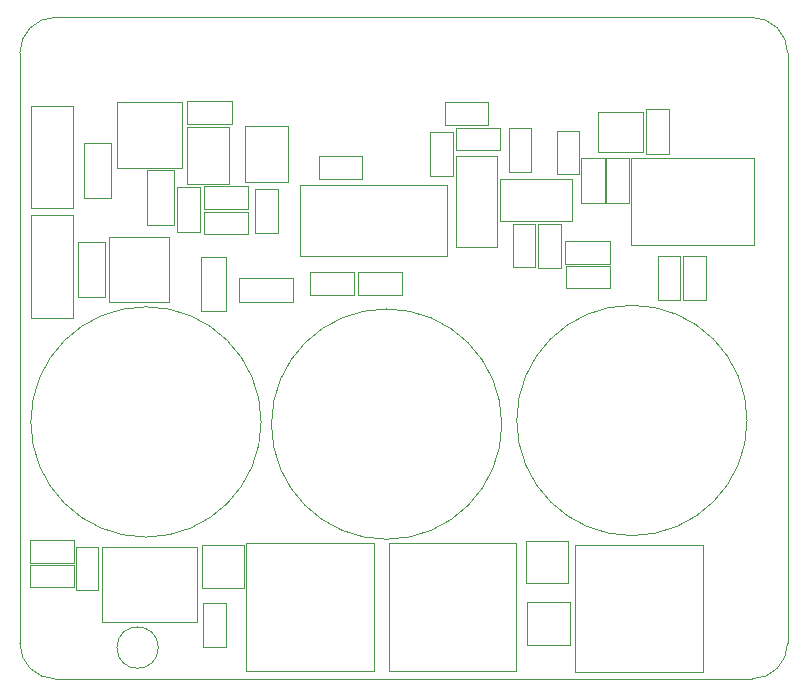
<source format=gbr>
%TF.GenerationSoftware,KiCad,Pcbnew,(6.0.4)*%
%TF.CreationDate,2022-07-22T13:04:17+03:00*%
%TF.ProjectId,shiled_v2,7368696c-6564-45f7-9632-2e6b69636164,rev?*%
%TF.SameCoordinates,Original*%
%TF.FileFunction,Other,User*%
%FSLAX46Y46*%
G04 Gerber Fmt 4.6, Leading zero omitted, Abs format (unit mm)*
G04 Created by KiCad (PCBNEW (6.0.4)) date 2022-07-22 13:04:17*
%MOMM*%
%LPD*%
G01*
G04 APERTURE LIST*
%TA.AperFunction,Profile*%
%ADD10C,0.100000*%
%TD*%
%ADD11C,0.100000*%
%ADD12C,0.050000*%
G04 APERTURE END LIST*
D10*
X143546356Y-113817611D02*
X143546356Y-63817611D01*
X78546356Y-63817611D02*
X78546356Y-113817611D01*
X140546356Y-116817611D02*
G75*
G03*
X143546356Y-113817611I37J2999963D01*
G01*
X140546356Y-60817611D02*
X81546356Y-60817611D01*
X81546356Y-116817611D02*
X140546356Y-116817611D01*
X143546389Y-63817611D02*
G75*
G03*
X140546356Y-60817611I-2999989J11D01*
G01*
X81546356Y-60817556D02*
G75*
G03*
X78546356Y-63817611I44J-3000044D01*
G01*
X78546389Y-113817611D02*
G75*
G03*
X81546356Y-116817611I3000011J11D01*
G01*
D11*
X85535000Y-105640600D02*
X93535000Y-105640600D01*
X93535000Y-105640600D02*
X93535000Y-112040600D01*
X93535000Y-112040600D02*
X85535000Y-112040600D01*
X85535000Y-112040600D02*
X85535000Y-105640600D01*
D12*
X79404600Y-107177800D02*
X83104600Y-107177800D01*
X83104600Y-109077800D02*
X79404600Y-109077800D01*
X79404600Y-109077800D02*
X79404600Y-107177800D01*
X83104600Y-107177800D02*
X83104600Y-109077800D01*
X83104600Y-106995000D02*
X79404600Y-106995000D01*
X79404600Y-105095000D02*
X83104600Y-105095000D01*
X83104600Y-105095000D02*
X83104600Y-106995000D01*
X79404600Y-106995000D02*
X79404600Y-105095000D01*
X83990800Y-71437000D02*
X86290800Y-71437000D01*
X83990800Y-76137000D02*
X83990800Y-71437000D01*
X86290800Y-71437000D02*
X86290800Y-76137000D01*
X83990800Y-76137000D02*
X86290800Y-76137000D01*
X101660200Y-84946200D02*
X101660200Y-82846200D01*
X97120200Y-84946200D02*
X101660200Y-84946200D01*
X101660200Y-82846200D02*
X97120200Y-82846200D01*
X97120200Y-82846200D02*
X97120200Y-84946200D01*
X93895200Y-85633600D02*
X95995200Y-85633600D01*
X93895200Y-81093600D02*
X93895200Y-85633600D01*
X95995200Y-85633600D02*
X95995200Y-81093600D01*
X95995200Y-81093600D02*
X93895200Y-81093600D01*
X83276400Y-109317400D02*
X83276400Y-105617400D01*
X85176400Y-105617400D02*
X85176400Y-109317400D01*
X85176400Y-109317400D02*
X83276400Y-109317400D01*
X83276400Y-105617400D02*
X85176400Y-105617400D01*
X101241000Y-69990000D02*
X101241000Y-74790000D01*
X97641000Y-69990000D02*
X101241000Y-69990000D01*
X101241000Y-74790000D02*
X97641000Y-74790000D01*
X97641000Y-74790000D02*
X97641000Y-69990000D01*
X96288000Y-70137000D02*
X96288000Y-74897000D01*
X96288000Y-70137000D02*
X92688000Y-70137000D01*
X92688000Y-74897000D02*
X92688000Y-70137000D01*
X92688000Y-74897000D02*
X96288000Y-74897000D01*
X110901600Y-82412800D02*
X110901600Y-84312800D01*
X107201600Y-84312800D02*
X107201600Y-82412800D01*
X110901600Y-84312800D02*
X107201600Y-84312800D01*
X107201600Y-82412800D02*
X110901600Y-82412800D01*
X103112600Y-82409400D02*
X106812600Y-82409400D01*
X106812600Y-84309400D02*
X103112600Y-84309400D01*
X103112600Y-84309400D02*
X103112600Y-82409400D01*
X106812600Y-82409400D02*
X106812600Y-84309400D01*
X98491000Y-79066000D02*
X98491000Y-75366000D01*
X100391000Y-75366000D02*
X100391000Y-79066000D01*
X100391000Y-79066000D02*
X98491000Y-79066000D01*
X98491000Y-75366000D02*
X100391000Y-75366000D01*
X97846000Y-77023000D02*
X94146000Y-77023000D01*
X94146000Y-75123000D02*
X97846000Y-75123000D01*
X97846000Y-75123000D02*
X97846000Y-77023000D01*
X94146000Y-77023000D02*
X94146000Y-75123000D01*
X94178000Y-77282000D02*
X97878000Y-77282000D01*
X97878000Y-79182000D02*
X94178000Y-79182000D01*
X94178000Y-79182000D02*
X94178000Y-77282000D01*
X97878000Y-77282000D02*
X97878000Y-79182000D01*
X86785000Y-67939000D02*
X86785000Y-73539000D01*
X92285000Y-73539000D02*
X92285000Y-67939000D01*
X86785000Y-73539000D02*
X92285000Y-73539000D01*
X92285000Y-67939000D02*
X86785000Y-67939000D01*
X83080000Y-76954000D02*
X83080000Y-68304000D01*
X79480000Y-76954000D02*
X83080000Y-76954000D01*
X83080000Y-68304000D02*
X79480000Y-68304000D01*
X79480000Y-68304000D02*
X79480000Y-76954000D01*
X83080000Y-86225000D02*
X83080000Y-77575000D01*
X79480000Y-86225000D02*
X83080000Y-86225000D01*
X83080000Y-77575000D02*
X79480000Y-77575000D01*
X79480000Y-77575000D02*
X79480000Y-86225000D01*
X89274000Y-73723000D02*
X91574000Y-73723000D01*
X89274000Y-78423000D02*
X89274000Y-73723000D01*
X91574000Y-73723000D02*
X91574000Y-78423000D01*
X89274000Y-78423000D02*
X91574000Y-78423000D01*
X83432000Y-79819000D02*
X85732000Y-79819000D01*
X83432000Y-84519000D02*
X83432000Y-79819000D01*
X85732000Y-79819000D02*
X85732000Y-84519000D01*
X83432000Y-84519000D02*
X85732000Y-84519000D01*
X91857000Y-78969000D02*
X91857000Y-75209000D01*
X93817000Y-78969000D02*
X91857000Y-78969000D01*
X91857000Y-75209000D02*
X93817000Y-75209000D01*
X93817000Y-75209000D02*
X93817000Y-78969000D01*
X92735000Y-67854000D02*
X96495000Y-67854000D01*
X92735000Y-69814000D02*
X92735000Y-67854000D01*
X96495000Y-67854000D02*
X96495000Y-69814000D01*
X96495000Y-69814000D02*
X92735000Y-69814000D01*
X95976000Y-110388000D02*
X95976000Y-114148000D01*
X94016000Y-110388000D02*
X95976000Y-110388000D01*
X95976000Y-114148000D02*
X94016000Y-114148000D01*
X94016000Y-114148000D02*
X94016000Y-110388000D01*
X125320200Y-74476200D02*
X119170200Y-74476200D01*
X119170200Y-78076200D02*
X125320200Y-78076200D01*
X119170200Y-74476200D02*
X119170200Y-78076200D01*
X125320200Y-78076200D02*
X125320200Y-74476200D01*
X98973000Y-95065000D02*
G75*
G03*
X98973000Y-95065000I-9750000J0D01*
G01*
X131582600Y-68605000D02*
X133542600Y-68605000D01*
X131582600Y-72365000D02*
X131582600Y-68605000D01*
X133542600Y-72365000D02*
X131582600Y-72365000D01*
X133542600Y-68605000D02*
X133542600Y-72365000D01*
X128056200Y-76505200D02*
X126096200Y-76505200D01*
X126096200Y-72745200D02*
X128056200Y-72745200D01*
X128056200Y-72745200D02*
X128056200Y-76505200D01*
X126096200Y-76505200D02*
X126096200Y-72745200D01*
X132552400Y-84730200D02*
X132552400Y-81030200D01*
X132552400Y-81030200D02*
X134452400Y-81030200D01*
X134452400Y-81030200D02*
X134452400Y-84730200D01*
X134452400Y-84730200D02*
X132552400Y-84730200D01*
X86077200Y-84899000D02*
X86077200Y-79439000D01*
X91137200Y-79439000D02*
X91137200Y-84899000D01*
X86077200Y-84899000D02*
X91137200Y-84899000D01*
X91137200Y-79439000D02*
X86077200Y-79439000D01*
X119954000Y-70175000D02*
X121854000Y-70175000D01*
X119954000Y-73875000D02*
X119954000Y-70175000D01*
X121854000Y-70175000D02*
X121854000Y-73875000D01*
X121854000Y-73875000D02*
X119954000Y-73875000D01*
X109789000Y-116169000D02*
X120589000Y-116169000D01*
X120589000Y-105319000D02*
X109789000Y-105319000D01*
X109789000Y-105319000D02*
X109789000Y-116169000D01*
X120589000Y-116169000D02*
X120589000Y-105319000D01*
X93958000Y-105515000D02*
X93958000Y-109115000D01*
X93958000Y-109115000D02*
X97558000Y-109115000D01*
X97558000Y-105515000D02*
X93958000Y-105515000D01*
X97558000Y-109115000D02*
X97558000Y-105515000D01*
X136616000Y-81000200D02*
X136616000Y-84760200D01*
X134656000Y-81000200D02*
X136616000Y-81000200D01*
X134656000Y-84760200D02*
X134656000Y-81000200D01*
X136616000Y-84760200D02*
X134656000Y-84760200D01*
X127467600Y-72185000D02*
X131307600Y-72185000D01*
X131307600Y-68785000D02*
X127467600Y-68785000D01*
X127467600Y-68785000D02*
X127467600Y-72185000D01*
X131307600Y-72185000D02*
X131307600Y-68785000D01*
X140121000Y-94938000D02*
G75*
G03*
X140121000Y-94938000I-9750000J0D01*
G01*
X119191400Y-72044600D02*
X115491400Y-72044600D01*
X115491400Y-70144600D02*
X119191400Y-70144600D01*
X119191400Y-70144600D02*
X119191400Y-72044600D01*
X115491400Y-72044600D02*
X115491400Y-70144600D01*
X103839400Y-72557600D02*
X107539400Y-72557600D01*
X107539400Y-74457600D02*
X103839400Y-74457600D01*
X103839400Y-74457600D02*
X103839400Y-72557600D01*
X107539400Y-72557600D02*
X107539400Y-74457600D01*
X122442900Y-78282400D02*
X124402900Y-78282400D01*
X122442900Y-82042400D02*
X122442900Y-78282400D01*
X124402900Y-82042400D02*
X122442900Y-82042400D01*
X124402900Y-78282400D02*
X124402900Y-82042400D01*
X120263100Y-78290900D02*
X122163100Y-78290900D01*
X122163100Y-78290900D02*
X122163100Y-81990900D01*
X120263100Y-81990900D02*
X120263100Y-78290900D01*
X122163100Y-81990900D02*
X120263100Y-81990900D01*
X128179000Y-72745200D02*
X130139000Y-72745200D01*
X130139000Y-76505200D02*
X128179000Y-76505200D01*
X128179000Y-76505200D02*
X128179000Y-72745200D01*
X130139000Y-72745200D02*
X130139000Y-76505200D01*
X125117000Y-110341000D02*
X121517000Y-110341000D01*
X121517000Y-110341000D02*
X121517000Y-113941000D01*
X125117000Y-113941000D02*
X125117000Y-110341000D01*
X121517000Y-113941000D02*
X125117000Y-113941000D01*
X119351000Y-95250000D02*
G75*
G03*
X119351000Y-95250000I-9750000J0D01*
G01*
X124739000Y-79741200D02*
X128499000Y-79741200D01*
X124739000Y-81701200D02*
X124739000Y-79741200D01*
X128499000Y-81701200D02*
X124739000Y-81701200D01*
X128499000Y-79741200D02*
X128499000Y-81701200D01*
X124781100Y-83754000D02*
X124781100Y-81854000D01*
X128481100Y-81854000D02*
X128481100Y-83754000D01*
X128481100Y-83754000D02*
X124781100Y-83754000D01*
X124781100Y-81854000D02*
X128481100Y-81854000D01*
X113253200Y-74270000D02*
X113253200Y-70510000D01*
X115213200Y-74270000D02*
X113253200Y-74270000D01*
X113253200Y-70510000D02*
X115213200Y-70510000D01*
X115213200Y-70510000D02*
X115213200Y-74270000D01*
X118964400Y-80227800D02*
X118964400Y-72527800D01*
X118964400Y-72527800D02*
X115464400Y-72527800D01*
X115464400Y-80227800D02*
X118964400Y-80227800D01*
X115464400Y-72527800D02*
X115464400Y-80227800D01*
X125512000Y-105471000D02*
X125512000Y-116271000D01*
X136362000Y-116271000D02*
X136362000Y-105471000D01*
X136362000Y-105471000D02*
X125512000Y-105471000D01*
X125512000Y-116271000D02*
X136362000Y-116271000D01*
X121390000Y-108734000D02*
X124990000Y-108734000D01*
X124990000Y-108734000D02*
X124990000Y-105134000D01*
X121390000Y-105134000D02*
X121390000Y-108734000D01*
X124990000Y-105134000D02*
X121390000Y-105134000D01*
X140734400Y-72677800D02*
X130334400Y-72677800D01*
X140734400Y-80077800D02*
X140734400Y-72677800D01*
X130334400Y-72677800D02*
X130334400Y-80077800D01*
X130334400Y-80077800D02*
X140734400Y-80077800D01*
X108549000Y-105344000D02*
X97699000Y-105344000D01*
X108549000Y-116144000D02*
X108549000Y-105344000D01*
X97699000Y-105344000D02*
X97699000Y-116144000D01*
X97699000Y-116144000D02*
X108549000Y-116144000D01*
X118216800Y-69911000D02*
X114516800Y-69911000D01*
X118216800Y-68011000D02*
X118216800Y-69911000D01*
X114516800Y-68011000D02*
X118216800Y-68011000D01*
X114516800Y-69911000D02*
X114516800Y-68011000D01*
X124018000Y-74113000D02*
X124018000Y-70413000D01*
X125918000Y-74113000D02*
X124018000Y-74113000D01*
X124018000Y-70413000D02*
X125918000Y-70413000D01*
X125918000Y-70413000D02*
X125918000Y-74113000D01*
X114747600Y-80981600D02*
X102247600Y-80981600D01*
X102247600Y-74981600D02*
X114747600Y-74981600D01*
X114747600Y-74981600D02*
X114747600Y-80981600D01*
X102247600Y-80981600D02*
X102247600Y-74981600D01*
X90269000Y-114173000D02*
G75*
G03*
X90269000Y-114173000I-1750000J0D01*
G01*
M02*

</source>
